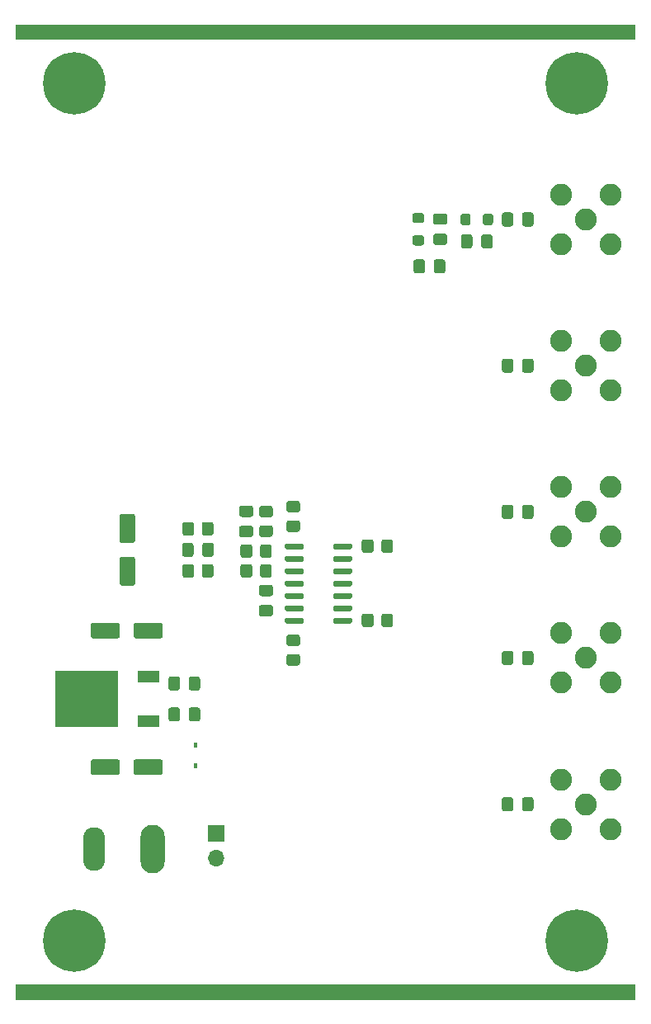
<source format=gts>
G04 #@! TF.GenerationSoftware,KiCad,Pcbnew,5.1.8-5.1.8*
G04 #@! TF.CreationDate,2020-12-23T15:54:33+01:00*
G04 #@! TF.ProjectId,distribution-amp,64697374-7269-4627-9574-696f6e2d616d,rev?*
G04 #@! TF.SameCoordinates,PX67aef80PY8a2ffa0*
G04 #@! TF.FileFunction,Soldermask,Top*
G04 #@! TF.FilePolarity,Negative*
%FSLAX46Y46*%
G04 Gerber Fmt 4.6, Leading zero omitted, Abs format (unit mm)*
G04 Created by KiCad (PCBNEW 5.1.8-5.1.8) date 2020-12-23 15:54:33*
%MOMM*%
%LPD*%
G01*
G04 APERTURE LIST*
%ADD10C,0.100000*%
%ADD11O,1.700000X1.700000*%
%ADD12R,1.700000X1.700000*%
%ADD13C,0.800000*%
%ADD14C,6.400000*%
%ADD15O,2.250000X4.500000*%
%ADD16O,2.500000X5.000000*%
%ADD17R,0.450000X0.600000*%
%ADD18R,6.400000X5.800000*%
%ADD19R,2.200000X1.200000*%
%ADD20C,2.250000*%
G04 APERTURE END LIST*
D10*
G36*
X63500000Y0D02*
G01*
X0Y0D01*
X0Y1500000D01*
X63500000Y1500000D01*
X63500000Y0D01*
G37*
X63500000Y0D02*
X0Y0D01*
X0Y1500000D01*
X63500000Y1500000D01*
X63500000Y0D01*
G36*
X63500000Y98500000D02*
G01*
X0Y98500000D01*
X0Y100000000D01*
X63500000Y100000000D01*
X63500000Y98500000D01*
G37*
X63500000Y98500000D02*
X0Y98500000D01*
X0Y100000000D01*
X63500000Y100000000D01*
X63500000Y98500000D01*
D11*
G04 #@! TO.C,TP1*
X20500000Y14460000D03*
D12*
X20500000Y17000000D03*
G04 #@! TD*
D13*
G04 #@! TO.C,H4*
X7697056Y7697056D03*
X6000000Y8400000D03*
X4302944Y7697056D03*
X3600000Y6000000D03*
X4302944Y4302944D03*
X6000000Y3600000D03*
X7697056Y4302944D03*
X8400000Y6000000D03*
D14*
X6000000Y6000000D03*
G04 #@! TD*
D13*
G04 #@! TO.C,H3*
X59197056Y7697056D03*
X57500000Y8400000D03*
X55802944Y7697056D03*
X55100000Y6000000D03*
X55802944Y4302944D03*
X57500000Y3600000D03*
X59197056Y4302944D03*
X59900000Y6000000D03*
D14*
X57500000Y6000000D03*
G04 #@! TD*
D13*
G04 #@! TO.C,H2*
X59197056Y95697056D03*
X57500000Y96400000D03*
X55802944Y95697056D03*
X55100000Y94000000D03*
X55802944Y92302944D03*
X57500000Y91600000D03*
X59197056Y92302944D03*
X59900000Y94000000D03*
D14*
X57500000Y94000000D03*
G04 #@! TD*
D13*
G04 #@! TO.C,H1*
X7697056Y95697056D03*
X6000000Y96400000D03*
X4302944Y95697056D03*
X3600000Y94000000D03*
X4302944Y92302944D03*
X6000000Y91600000D03*
X7697056Y92302944D03*
X8400000Y94000000D03*
D14*
X6000000Y94000000D03*
G04 #@! TD*
D15*
G04 #@! TO.C,J6*
X8000000Y15400000D03*
D16*
X14000000Y15400000D03*
G04 #@! TD*
G04 #@! TO.C,L2*
G36*
G01*
X40927900Y78375000D02*
X41628100Y78375000D01*
G75*
G02*
X41878000Y78125100I0J-249900D01*
G01*
X41878000Y77574900D01*
G75*
G02*
X41628100Y77325000I-249900J0D01*
G01*
X40927900Y77325000D01*
G75*
G02*
X40678000Y77574900I0J249900D01*
G01*
X40678000Y78125100D01*
G75*
G02*
X40927900Y78375000I249900J0D01*
G01*
G37*
G36*
G01*
X40927999Y80675000D02*
X41628001Y80675000D01*
G75*
G02*
X41878000Y80425001I0J-249999D01*
G01*
X41878000Y79874999D01*
G75*
G02*
X41628001Y79625000I-249999J0D01*
G01*
X40927999Y79625000D01*
G75*
G02*
X40678000Y79874999I0J249999D01*
G01*
X40678000Y80425001D01*
G75*
G02*
X40927999Y80675000I249999J0D01*
G01*
G37*
G04 #@! TD*
G04 #@! TO.C,L1*
G36*
G01*
X46661000Y80350001D02*
X46661000Y79649999D01*
G75*
G02*
X46411001Y79400000I-249999J0D01*
G01*
X45860999Y79400000D01*
G75*
G02*
X45611000Y79649999I0J249999D01*
G01*
X45611000Y80350001D01*
G75*
G02*
X45860999Y80600000I249999J0D01*
G01*
X46411001Y80600000D01*
G75*
G02*
X46661000Y80350001I0J-249999D01*
G01*
G37*
G36*
G01*
X48961000Y80350001D02*
X48961000Y79649999D01*
G75*
G02*
X48711001Y79400000I-249999J0D01*
G01*
X48160999Y79400000D01*
G75*
G02*
X47911000Y79649999I0J249999D01*
G01*
X47911000Y80350001D01*
G75*
G02*
X48160999Y80600000I249999J0D01*
G01*
X48711001Y80600000D01*
G75*
G02*
X48961000Y80350001I0J-249999D01*
G01*
G37*
G04 #@! TD*
G04 #@! TO.C,C8*
G36*
G01*
X11980000Y46801000D02*
X10880000Y46801000D01*
G75*
G02*
X10630000Y47051000I0J250000D01*
G01*
X10630000Y49551000D01*
G75*
G02*
X10880000Y49801000I250000J0D01*
G01*
X11980000Y49801000D01*
G75*
G02*
X12230000Y49551000I0J-250000D01*
G01*
X12230000Y47051000D01*
G75*
G02*
X11980000Y46801000I-250000J0D01*
G01*
G37*
G36*
G01*
X11980000Y42401000D02*
X10880000Y42401000D01*
G75*
G02*
X10630000Y42651000I0J250000D01*
G01*
X10630000Y45151000D01*
G75*
G02*
X10880000Y45401000I250000J0D01*
G01*
X11980000Y45401000D01*
G75*
G02*
X12230000Y45151000I0J-250000D01*
G01*
X12230000Y42651000D01*
G75*
G02*
X11980000Y42401000I-250000J0D01*
G01*
G37*
G04 #@! TD*
G04 #@! TO.C,C3*
G36*
G01*
X10660000Y38359000D02*
X10660000Y37259000D01*
G75*
G02*
X10410000Y37009000I-250000J0D01*
G01*
X7910000Y37009000D01*
G75*
G02*
X7660000Y37259000I0J250000D01*
G01*
X7660000Y38359000D01*
G75*
G02*
X7910000Y38609000I250000J0D01*
G01*
X10410000Y38609000D01*
G75*
G02*
X10660000Y38359000I0J-250000D01*
G01*
G37*
G36*
G01*
X15060000Y38359000D02*
X15060000Y37259000D01*
G75*
G02*
X14810000Y37009000I-250000J0D01*
G01*
X12310000Y37009000D01*
G75*
G02*
X12060000Y37259000I0J250000D01*
G01*
X12060000Y38359000D01*
G75*
G02*
X12310000Y38609000I250000J0D01*
G01*
X14810000Y38609000D01*
G75*
G02*
X15060000Y38359000I0J-250000D01*
G01*
G37*
G04 #@! TD*
G04 #@! TO.C,C2*
G36*
G01*
X10660000Y24359000D02*
X10660000Y23259000D01*
G75*
G02*
X10410000Y23009000I-250000J0D01*
G01*
X7910000Y23009000D01*
G75*
G02*
X7660000Y23259000I0J250000D01*
G01*
X7660000Y24359000D01*
G75*
G02*
X7910000Y24609000I250000J0D01*
G01*
X10410000Y24609000D01*
G75*
G02*
X10660000Y24359000I0J-250000D01*
G01*
G37*
G36*
G01*
X15060000Y24359000D02*
X15060000Y23259000D01*
G75*
G02*
X14810000Y23009000I-250000J0D01*
G01*
X12310000Y23009000D01*
G75*
G02*
X12060000Y23259000I0J250000D01*
G01*
X12060000Y24359000D01*
G75*
G02*
X12310000Y24609000I250000J0D01*
G01*
X14810000Y24609000D01*
G75*
G02*
X15060000Y24359000I0J-250000D01*
G01*
G37*
G04 #@! TD*
D17*
G04 #@! TO.C,D1*
X18415000Y23969000D03*
X18415000Y26069000D03*
G04 #@! TD*
G04 #@! TO.C,U2*
G36*
G01*
X32552000Y46294000D02*
X32552000Y46594000D01*
G75*
G02*
X32702000Y46744000I150000J0D01*
G01*
X34352000Y46744000D01*
G75*
G02*
X34502000Y46594000I0J-150000D01*
G01*
X34502000Y46294000D01*
G75*
G02*
X34352000Y46144000I-150000J0D01*
G01*
X32702000Y46144000D01*
G75*
G02*
X32552000Y46294000I0J150000D01*
G01*
G37*
G36*
G01*
X32552000Y45024000D02*
X32552000Y45324000D01*
G75*
G02*
X32702000Y45474000I150000J0D01*
G01*
X34352000Y45474000D01*
G75*
G02*
X34502000Y45324000I0J-150000D01*
G01*
X34502000Y45024000D01*
G75*
G02*
X34352000Y44874000I-150000J0D01*
G01*
X32702000Y44874000D01*
G75*
G02*
X32552000Y45024000I0J150000D01*
G01*
G37*
G36*
G01*
X32552000Y43754000D02*
X32552000Y44054000D01*
G75*
G02*
X32702000Y44204000I150000J0D01*
G01*
X34352000Y44204000D01*
G75*
G02*
X34502000Y44054000I0J-150000D01*
G01*
X34502000Y43754000D01*
G75*
G02*
X34352000Y43604000I-150000J0D01*
G01*
X32702000Y43604000D01*
G75*
G02*
X32552000Y43754000I0J150000D01*
G01*
G37*
G36*
G01*
X32552000Y42484000D02*
X32552000Y42784000D01*
G75*
G02*
X32702000Y42934000I150000J0D01*
G01*
X34352000Y42934000D01*
G75*
G02*
X34502000Y42784000I0J-150000D01*
G01*
X34502000Y42484000D01*
G75*
G02*
X34352000Y42334000I-150000J0D01*
G01*
X32702000Y42334000D01*
G75*
G02*
X32552000Y42484000I0J150000D01*
G01*
G37*
G36*
G01*
X32552000Y41214000D02*
X32552000Y41514000D01*
G75*
G02*
X32702000Y41664000I150000J0D01*
G01*
X34352000Y41664000D01*
G75*
G02*
X34502000Y41514000I0J-150000D01*
G01*
X34502000Y41214000D01*
G75*
G02*
X34352000Y41064000I-150000J0D01*
G01*
X32702000Y41064000D01*
G75*
G02*
X32552000Y41214000I0J150000D01*
G01*
G37*
G36*
G01*
X32552000Y39944000D02*
X32552000Y40244000D01*
G75*
G02*
X32702000Y40394000I150000J0D01*
G01*
X34352000Y40394000D01*
G75*
G02*
X34502000Y40244000I0J-150000D01*
G01*
X34502000Y39944000D01*
G75*
G02*
X34352000Y39794000I-150000J0D01*
G01*
X32702000Y39794000D01*
G75*
G02*
X32552000Y39944000I0J150000D01*
G01*
G37*
G36*
G01*
X32552000Y38674000D02*
X32552000Y38974000D01*
G75*
G02*
X32702000Y39124000I150000J0D01*
G01*
X34352000Y39124000D01*
G75*
G02*
X34502000Y38974000I0J-150000D01*
G01*
X34502000Y38674000D01*
G75*
G02*
X34352000Y38524000I-150000J0D01*
G01*
X32702000Y38524000D01*
G75*
G02*
X32552000Y38674000I0J150000D01*
G01*
G37*
G36*
G01*
X27602000Y38674000D02*
X27602000Y38974000D01*
G75*
G02*
X27752000Y39124000I150000J0D01*
G01*
X29402000Y39124000D01*
G75*
G02*
X29552000Y38974000I0J-150000D01*
G01*
X29552000Y38674000D01*
G75*
G02*
X29402000Y38524000I-150000J0D01*
G01*
X27752000Y38524000D01*
G75*
G02*
X27602000Y38674000I0J150000D01*
G01*
G37*
G36*
G01*
X27602000Y39944000D02*
X27602000Y40244000D01*
G75*
G02*
X27752000Y40394000I150000J0D01*
G01*
X29402000Y40394000D01*
G75*
G02*
X29552000Y40244000I0J-150000D01*
G01*
X29552000Y39944000D01*
G75*
G02*
X29402000Y39794000I-150000J0D01*
G01*
X27752000Y39794000D01*
G75*
G02*
X27602000Y39944000I0J150000D01*
G01*
G37*
G36*
G01*
X27602000Y41214000D02*
X27602000Y41514000D01*
G75*
G02*
X27752000Y41664000I150000J0D01*
G01*
X29402000Y41664000D01*
G75*
G02*
X29552000Y41514000I0J-150000D01*
G01*
X29552000Y41214000D01*
G75*
G02*
X29402000Y41064000I-150000J0D01*
G01*
X27752000Y41064000D01*
G75*
G02*
X27602000Y41214000I0J150000D01*
G01*
G37*
G36*
G01*
X27602000Y42484000D02*
X27602000Y42784000D01*
G75*
G02*
X27752000Y42934000I150000J0D01*
G01*
X29402000Y42934000D01*
G75*
G02*
X29552000Y42784000I0J-150000D01*
G01*
X29552000Y42484000D01*
G75*
G02*
X29402000Y42334000I-150000J0D01*
G01*
X27752000Y42334000D01*
G75*
G02*
X27602000Y42484000I0J150000D01*
G01*
G37*
G36*
G01*
X27602000Y43754000D02*
X27602000Y44054000D01*
G75*
G02*
X27752000Y44204000I150000J0D01*
G01*
X29402000Y44204000D01*
G75*
G02*
X29552000Y44054000I0J-150000D01*
G01*
X29552000Y43754000D01*
G75*
G02*
X29402000Y43604000I-150000J0D01*
G01*
X27752000Y43604000D01*
G75*
G02*
X27602000Y43754000I0J150000D01*
G01*
G37*
G36*
G01*
X27602000Y45024000D02*
X27602000Y45324000D01*
G75*
G02*
X27752000Y45474000I150000J0D01*
G01*
X29402000Y45474000D01*
G75*
G02*
X29552000Y45324000I0J-150000D01*
G01*
X29552000Y45024000D01*
G75*
G02*
X29402000Y44874000I-150000J0D01*
G01*
X27752000Y44874000D01*
G75*
G02*
X27602000Y45024000I0J150000D01*
G01*
G37*
G36*
G01*
X27602000Y46294000D02*
X27602000Y46594000D01*
G75*
G02*
X27752000Y46744000I150000J0D01*
G01*
X29402000Y46744000D01*
G75*
G02*
X29552000Y46594000I0J-150000D01*
G01*
X29552000Y46294000D01*
G75*
G02*
X29402000Y46144000I-150000J0D01*
G01*
X27752000Y46144000D01*
G75*
G02*
X27602000Y46294000I0J150000D01*
G01*
G37*
G04 #@! TD*
D18*
G04 #@! TO.C,U1*
X7260000Y30809000D03*
D19*
X13560000Y33089000D03*
X13560000Y28529000D03*
G04 #@! TD*
G04 #@! TO.C,R9*
G36*
G01*
X36684000Y46932001D02*
X36684000Y46031999D01*
G75*
G02*
X36434001Y45782000I-249999J0D01*
G01*
X35733999Y45782000D01*
G75*
G02*
X35484000Y46031999I0J249999D01*
G01*
X35484000Y46932001D01*
G75*
G02*
X35733999Y47182000I249999J0D01*
G01*
X36434001Y47182000D01*
G75*
G02*
X36684000Y46932001I0J-249999D01*
G01*
G37*
G36*
G01*
X38684000Y46932400D02*
X38684000Y46031600D01*
G75*
G02*
X38434400Y45782000I-249600J0D01*
G01*
X37733600Y45782000D01*
G75*
G02*
X37484000Y46031600I0J249600D01*
G01*
X37484000Y46932400D01*
G75*
G02*
X37733600Y47182000I249600J0D01*
G01*
X38434400Y47182000D01*
G75*
G02*
X38684000Y46932400I0J-249600D01*
G01*
G37*
G04 #@! TD*
G04 #@! TO.C,R8*
G36*
G01*
X25038000Y45523999D02*
X25038000Y46424001D01*
G75*
G02*
X25287999Y46674000I249999J0D01*
G01*
X25988001Y46674000D01*
G75*
G02*
X26238000Y46424001I0J-249999D01*
G01*
X26238000Y45523999D01*
G75*
G02*
X25988001Y45274000I-249999J0D01*
G01*
X25287999Y45274000D01*
G75*
G02*
X25038000Y45523999I0J249999D01*
G01*
G37*
G36*
G01*
X23038000Y45523999D02*
X23038000Y46424001D01*
G75*
G02*
X23287999Y46674000I249999J0D01*
G01*
X23988001Y46674000D01*
G75*
G02*
X24238000Y46424001I0J-249999D01*
G01*
X24238000Y45523999D01*
G75*
G02*
X23988001Y45274000I-249999J0D01*
G01*
X23287999Y45274000D01*
G75*
G02*
X23038000Y45523999I0J249999D01*
G01*
G37*
G04 #@! TD*
G04 #@! TO.C,R7*
G36*
G01*
X25203999Y48622000D02*
X26104001Y48622000D01*
G75*
G02*
X26354000Y48372001I0J-249999D01*
G01*
X26354000Y47671999D01*
G75*
G02*
X26104001Y47422000I-249999J0D01*
G01*
X25203999Y47422000D01*
G75*
G02*
X24954000Y47671999I0J249999D01*
G01*
X24954000Y48372001D01*
G75*
G02*
X25203999Y48622000I249999J0D01*
G01*
G37*
G36*
G01*
X25203600Y50622000D02*
X26104400Y50622000D01*
G75*
G02*
X26354000Y50372400I0J-249600D01*
G01*
X26354000Y49671600D01*
G75*
G02*
X26104400Y49422000I-249600J0D01*
G01*
X25203600Y49422000D01*
G75*
G02*
X24954000Y49671600I0J249600D01*
G01*
X24954000Y50372400D01*
G75*
G02*
X25203600Y50622000I249600J0D01*
G01*
G37*
G04 #@! TD*
G04 #@! TO.C,R6*
G36*
G01*
X24238000Y44392001D02*
X24238000Y43491999D01*
G75*
G02*
X23988001Y43242000I-249999J0D01*
G01*
X23287999Y43242000D01*
G75*
G02*
X23038000Y43491999I0J249999D01*
G01*
X23038000Y44392001D01*
G75*
G02*
X23287999Y44642000I249999J0D01*
G01*
X23988001Y44642000D01*
G75*
G02*
X24238000Y44392001I0J-249999D01*
G01*
G37*
G36*
G01*
X26238000Y44392001D02*
X26238000Y43491999D01*
G75*
G02*
X25988001Y43242000I-249999J0D01*
G01*
X25287999Y43242000D01*
G75*
G02*
X25038000Y43491999I0J249999D01*
G01*
X25038000Y44392001D01*
G75*
G02*
X25287999Y44642000I249999J0D01*
G01*
X25988001Y44642000D01*
G75*
G02*
X26238000Y44392001I0J-249999D01*
G01*
G37*
G04 #@! TD*
G04 #@! TO.C,R5*
G36*
G01*
X36684000Y39312001D02*
X36684000Y38411999D01*
G75*
G02*
X36434001Y38162000I-249999J0D01*
G01*
X35733999Y38162000D01*
G75*
G02*
X35484000Y38411999I0J249999D01*
G01*
X35484000Y39312001D01*
G75*
G02*
X35733999Y39562000I249999J0D01*
G01*
X36434001Y39562000D01*
G75*
G02*
X36684000Y39312001I0J-249999D01*
G01*
G37*
G36*
G01*
X38684000Y39312400D02*
X38684000Y38411600D01*
G75*
G02*
X38434400Y38162000I-249600J0D01*
G01*
X37733600Y38162000D01*
G75*
G02*
X37484000Y38411600I0J249600D01*
G01*
X37484000Y39312400D01*
G75*
G02*
X37733600Y39562000I249600J0D01*
G01*
X38434400Y39562000D01*
G75*
G02*
X38684000Y39312400I0J-249600D01*
G01*
G37*
G04 #@! TD*
G04 #@! TO.C,R4*
G36*
G01*
X19069000Y43491999D02*
X19069000Y44392001D01*
G75*
G02*
X19318999Y44642000I249999J0D01*
G01*
X20019001Y44642000D01*
G75*
G02*
X20269000Y44392001I0J-249999D01*
G01*
X20269000Y43491999D01*
G75*
G02*
X20019001Y43242000I-249999J0D01*
G01*
X19318999Y43242000D01*
G75*
G02*
X19069000Y43491999I0J249999D01*
G01*
G37*
G36*
G01*
X17069000Y43491999D02*
X17069000Y44392001D01*
G75*
G02*
X17318999Y44642000I249999J0D01*
G01*
X18019001Y44642000D01*
G75*
G02*
X18269000Y44392001I0J-249999D01*
G01*
X18269000Y43491999D01*
G75*
G02*
X18019001Y43242000I-249999J0D01*
G01*
X17318999Y43242000D01*
G75*
G02*
X17069000Y43491999I0J249999D01*
G01*
G37*
G04 #@! TD*
G04 #@! TO.C,R3*
G36*
G01*
X28898001Y36214000D02*
X27997999Y36214000D01*
G75*
G02*
X27748000Y36463999I0J249999D01*
G01*
X27748000Y37164001D01*
G75*
G02*
X27997999Y37414000I249999J0D01*
G01*
X28898001Y37414000D01*
G75*
G02*
X29148000Y37164001I0J-249999D01*
G01*
X29148000Y36463999D01*
G75*
G02*
X28898001Y36214000I-249999J0D01*
G01*
G37*
G36*
G01*
X28898400Y34214000D02*
X27997600Y34214000D01*
G75*
G02*
X27748000Y34463600I0J249600D01*
G01*
X27748000Y35164400D01*
G75*
G02*
X27997600Y35414000I249600J0D01*
G01*
X28898400Y35414000D01*
G75*
G02*
X29148000Y35164400I0J-249600D01*
G01*
X29148000Y34463600D01*
G75*
G02*
X28898400Y34214000I-249600J0D01*
G01*
G37*
G04 #@! TD*
G04 #@! TO.C,R2*
G36*
G01*
X18269000Y48710001D02*
X18269000Y47809999D01*
G75*
G02*
X18019001Y47560000I-249999J0D01*
G01*
X17318999Y47560000D01*
G75*
G02*
X17069000Y47809999I0J249999D01*
G01*
X17069000Y48710001D01*
G75*
G02*
X17318999Y48960000I249999J0D01*
G01*
X18019001Y48960000D01*
G75*
G02*
X18269000Y48710001I0J-249999D01*
G01*
G37*
G36*
G01*
X20269000Y48710001D02*
X20269000Y47809999D01*
G75*
G02*
X20019001Y47560000I-249999J0D01*
G01*
X19318999Y47560000D01*
G75*
G02*
X19069000Y47809999I0J249999D01*
G01*
X19069000Y48710001D01*
G75*
G02*
X19318999Y48960000I249999J0D01*
G01*
X20019001Y48960000D01*
G75*
G02*
X20269000Y48710001I0J-249999D01*
G01*
G37*
G04 #@! TD*
G04 #@! TO.C,R1*
G36*
G01*
X27997999Y49130000D02*
X28898001Y49130000D01*
G75*
G02*
X29148000Y48880001I0J-249999D01*
G01*
X29148000Y48179999D01*
G75*
G02*
X28898001Y47930000I-249999J0D01*
G01*
X27997999Y47930000D01*
G75*
G02*
X27748000Y48179999I0J249999D01*
G01*
X27748000Y48880001D01*
G75*
G02*
X27997999Y49130000I249999J0D01*
G01*
G37*
G36*
G01*
X27997600Y51130000D02*
X28898400Y51130000D01*
G75*
G02*
X29148000Y50880400I0J-249600D01*
G01*
X29148000Y50179600D01*
G75*
G02*
X28898400Y49930000I-249600J0D01*
G01*
X27997600Y49930000D01*
G75*
G02*
X27748000Y50179600I0J249600D01*
G01*
X27748000Y50880400D01*
G75*
G02*
X27997600Y51130000I249600J0D01*
G01*
G37*
G04 #@! TD*
D20*
G04 #@! TO.C,J5*
X58480000Y50000000D03*
X55940000Y47460000D03*
X61020000Y47460000D03*
X61020000Y52540000D03*
X55940000Y52540000D03*
G04 #@! TD*
G04 #@! TO.C,J4*
X58480000Y80000000D03*
X55940000Y77460000D03*
X61020000Y77460000D03*
X61020000Y82540000D03*
X55940000Y82540000D03*
G04 #@! TD*
G04 #@! TO.C,J3*
X58480000Y35000000D03*
X55940000Y32460000D03*
X61020000Y32460000D03*
X61020000Y37540000D03*
X55940000Y37540000D03*
G04 #@! TD*
G04 #@! TO.C,J2*
X58480000Y20000000D03*
X55940000Y17460000D03*
X61020000Y17460000D03*
X61020000Y22540000D03*
X55940000Y22540000D03*
G04 #@! TD*
G04 #@! TO.C,J1*
X58480000Y65000000D03*
X55940000Y62460000D03*
X61020000Y62460000D03*
X61020000Y67540000D03*
X55940000Y67540000D03*
G04 #@! TD*
G04 #@! TO.C,C16*
G36*
G01*
X51030000Y50474725D02*
X51030000Y49525275D01*
G75*
G02*
X50779725Y49275000I-250275J0D01*
G01*
X50105275Y49275000D01*
G75*
G02*
X49855000Y49525275I0J250275D01*
G01*
X49855000Y50474725D01*
G75*
G02*
X50105275Y50725000I250275J0D01*
G01*
X50779725Y50725000D01*
G75*
G02*
X51030000Y50474725I0J-250275D01*
G01*
G37*
G36*
G01*
X53105000Y50474725D02*
X53105000Y49525275D01*
G75*
G02*
X52854725Y49275000I-250275J0D01*
G01*
X52180275Y49275000D01*
G75*
G02*
X51930000Y49525275I0J250275D01*
G01*
X51930000Y50474725D01*
G75*
G02*
X52180275Y50725000I250275J0D01*
G01*
X52854725Y50725000D01*
G75*
G02*
X53105000Y50474725I0J-250275D01*
G01*
G37*
G04 #@! TD*
G04 #@! TO.C,C15*
G36*
G01*
X41968000Y75658725D02*
X41968000Y74709275D01*
G75*
G02*
X41717725Y74459000I-250275J0D01*
G01*
X41043275Y74459000D01*
G75*
G02*
X40793000Y74709275I0J250275D01*
G01*
X40793000Y75658725D01*
G75*
G02*
X41043275Y75909000I250275J0D01*
G01*
X41717725Y75909000D01*
G75*
G02*
X41968000Y75658725I0J-250275D01*
G01*
G37*
G36*
G01*
X44043000Y75659000D02*
X44043000Y74709000D01*
G75*
G02*
X43793000Y74459000I-250000J0D01*
G01*
X43118000Y74459000D01*
G75*
G02*
X42868000Y74709000I0J250000D01*
G01*
X42868000Y75659000D01*
G75*
G02*
X43118000Y75909000I250000J0D01*
G01*
X43793000Y75909000D01*
G75*
G02*
X44043000Y75659000I0J-250000D01*
G01*
G37*
G04 #@! TD*
G04 #@! TO.C,C14*
G36*
G01*
X44003000Y79450000D02*
X43053000Y79450000D01*
G75*
G02*
X42803000Y79700000I0J250000D01*
G01*
X42803000Y80375000D01*
G75*
G02*
X43053000Y80625000I250000J0D01*
G01*
X44003000Y80625000D01*
G75*
G02*
X44253000Y80375000I0J-250000D01*
G01*
X44253000Y79700000D01*
G75*
G02*
X44003000Y79450000I-250000J0D01*
G01*
G37*
G36*
G01*
X44003000Y77375000D02*
X43053000Y77375000D01*
G75*
G02*
X42803000Y77625000I0J250000D01*
G01*
X42803000Y78300000D01*
G75*
G02*
X43053000Y78550000I250000J0D01*
G01*
X44003000Y78550000D01*
G75*
G02*
X44253000Y78300000I0J-250000D01*
G01*
X44253000Y77625000D01*
G75*
G02*
X44003000Y77375000I-250000J0D01*
G01*
G37*
G04 #@! TD*
G04 #@! TO.C,C13*
G36*
G01*
X47736000Y77275000D02*
X47736000Y78225000D01*
G75*
G02*
X47986000Y78475000I250000J0D01*
G01*
X48661000Y78475000D01*
G75*
G02*
X48911000Y78225000I0J-250000D01*
G01*
X48911000Y77275000D01*
G75*
G02*
X48661000Y77025000I-250000J0D01*
G01*
X47986000Y77025000D01*
G75*
G02*
X47736000Y77275000I0J250000D01*
G01*
G37*
G36*
G01*
X45661000Y77275000D02*
X45661000Y78225000D01*
G75*
G02*
X45911000Y78475000I250000J0D01*
G01*
X46586000Y78475000D01*
G75*
G02*
X46836000Y78225000I0J-250000D01*
G01*
X46836000Y77275000D01*
G75*
G02*
X46586000Y77025000I-250000J0D01*
G01*
X45911000Y77025000D01*
G75*
G02*
X45661000Y77275000I0J250000D01*
G01*
G37*
G04 #@! TD*
G04 #@! TO.C,C12*
G36*
G01*
X24096725Y49472000D02*
X23147275Y49472000D01*
G75*
G02*
X22897000Y49722275I0J250275D01*
G01*
X22897000Y50396725D01*
G75*
G02*
X23147275Y50647000I250275J0D01*
G01*
X24096725Y50647000D01*
G75*
G02*
X24347000Y50396725I0J-250275D01*
G01*
X24347000Y49722275D01*
G75*
G02*
X24096725Y49472000I-250275J0D01*
G01*
G37*
G36*
G01*
X24097000Y47397000D02*
X23147000Y47397000D01*
G75*
G02*
X22897000Y47647000I0J250000D01*
G01*
X22897000Y48322000D01*
G75*
G02*
X23147000Y48572000I250000J0D01*
G01*
X24097000Y48572000D01*
G75*
G02*
X24347000Y48322000I0J-250000D01*
G01*
X24347000Y47647000D01*
G75*
G02*
X24097000Y47397000I-250000J0D01*
G01*
G37*
G04 #@! TD*
G04 #@! TO.C,C11*
G36*
G01*
X51930000Y79525275D02*
X51930000Y80474725D01*
G75*
G02*
X52180275Y80725000I250275J0D01*
G01*
X52854725Y80725000D01*
G75*
G02*
X53105000Y80474725I0J-250275D01*
G01*
X53105000Y79525275D01*
G75*
G02*
X52854725Y79275000I-250275J0D01*
G01*
X52180275Y79275000D01*
G75*
G02*
X51930000Y79525275I0J250275D01*
G01*
G37*
G36*
G01*
X49855000Y79525000D02*
X49855000Y80475000D01*
G75*
G02*
X50105000Y80725000I250000J0D01*
G01*
X50780000Y80725000D01*
G75*
G02*
X51030000Y80475000I0J-250000D01*
G01*
X51030000Y79525000D01*
G75*
G02*
X50780000Y79275000I-250000J0D01*
G01*
X50105000Y79275000D01*
G75*
G02*
X49855000Y79525000I0J250000D01*
G01*
G37*
G04 #@! TD*
G04 #@! TO.C,C10*
G36*
G01*
X51030000Y35474725D02*
X51030000Y34525275D01*
G75*
G02*
X50779725Y34275000I-250275J0D01*
G01*
X50105275Y34275000D01*
G75*
G02*
X49855000Y34525275I0J250275D01*
G01*
X49855000Y35474725D01*
G75*
G02*
X50105275Y35725000I250275J0D01*
G01*
X50779725Y35725000D01*
G75*
G02*
X51030000Y35474725I0J-250275D01*
G01*
G37*
G36*
G01*
X53105000Y35474725D02*
X53105000Y34525275D01*
G75*
G02*
X52854725Y34275000I-250275J0D01*
G01*
X52180275Y34275000D01*
G75*
G02*
X51930000Y34525275I0J250275D01*
G01*
X51930000Y35474725D01*
G75*
G02*
X52180275Y35725000I250275J0D01*
G01*
X52854725Y35725000D01*
G75*
G02*
X53105000Y35474725I0J-250275D01*
G01*
G37*
G04 #@! TD*
G04 #@! TO.C,C9*
G36*
G01*
X18219000Y46576000D02*
X18219000Y45626000D01*
G75*
G02*
X17969000Y45376000I-250000J0D01*
G01*
X17294000Y45376000D01*
G75*
G02*
X17044000Y45626000I0J250000D01*
G01*
X17044000Y46576000D01*
G75*
G02*
X17294000Y46826000I250000J0D01*
G01*
X17969000Y46826000D01*
G75*
G02*
X18219000Y46576000I0J-250000D01*
G01*
G37*
G36*
G01*
X20294000Y46576000D02*
X20294000Y45626000D01*
G75*
G02*
X20044000Y45376000I-250000J0D01*
G01*
X19369000Y45376000D01*
G75*
G02*
X19119000Y45626000I0J250000D01*
G01*
X19119000Y46576000D01*
G75*
G02*
X19369000Y46826000I250000J0D01*
G01*
X20044000Y46826000D01*
G75*
G02*
X20294000Y46576000I0J-250000D01*
G01*
G37*
G04 #@! TD*
G04 #@! TO.C,C7*
G36*
G01*
X51030000Y20474725D02*
X51030000Y19525275D01*
G75*
G02*
X50779725Y19275000I-250275J0D01*
G01*
X50105275Y19275000D01*
G75*
G02*
X49855000Y19525275I0J250275D01*
G01*
X49855000Y20474725D01*
G75*
G02*
X50105275Y20725000I250275J0D01*
G01*
X50779725Y20725000D01*
G75*
G02*
X51030000Y20474725I0J-250275D01*
G01*
G37*
G36*
G01*
X53105000Y20474725D02*
X53105000Y19525275D01*
G75*
G02*
X52854725Y19275000I-250275J0D01*
G01*
X52180275Y19275000D01*
G75*
G02*
X51930000Y19525275I0J250275D01*
G01*
X51930000Y20474725D01*
G75*
G02*
X52180275Y20725000I250275J0D01*
G01*
X52854725Y20725000D01*
G75*
G02*
X53105000Y20474725I0J-250275D01*
G01*
G37*
G04 #@! TD*
G04 #@! TO.C,C6*
G36*
G01*
X51030000Y65474725D02*
X51030000Y64525275D01*
G75*
G02*
X50779725Y64275000I-250275J0D01*
G01*
X50105275Y64275000D01*
G75*
G02*
X49855000Y64525275I0J250275D01*
G01*
X49855000Y65474725D01*
G75*
G02*
X50105275Y65725000I250275J0D01*
G01*
X50779725Y65725000D01*
G75*
G02*
X51030000Y65474725I0J-250275D01*
G01*
G37*
G36*
G01*
X53105000Y65474725D02*
X53105000Y64525275D01*
G75*
G02*
X52854725Y64275000I-250275J0D01*
G01*
X52180275Y64275000D01*
G75*
G02*
X51930000Y64525275I0J250275D01*
G01*
X51930000Y65474725D01*
G75*
G02*
X52180275Y65725000I250275J0D01*
G01*
X52854725Y65725000D01*
G75*
G02*
X53105000Y65474725I0J-250275D01*
G01*
G37*
G04 #@! TD*
G04 #@! TO.C,C5*
G36*
G01*
X25179000Y40444000D02*
X26129000Y40444000D01*
G75*
G02*
X26379000Y40194000I0J-250000D01*
G01*
X26379000Y39519000D01*
G75*
G02*
X26129000Y39269000I-250000J0D01*
G01*
X25179000Y39269000D01*
G75*
G02*
X24929000Y39519000I0J250000D01*
G01*
X24929000Y40194000D01*
G75*
G02*
X25179000Y40444000I250000J0D01*
G01*
G37*
G36*
G01*
X25179000Y42519000D02*
X26129000Y42519000D01*
G75*
G02*
X26379000Y42269000I0J-250000D01*
G01*
X26379000Y41594000D01*
G75*
G02*
X26129000Y41344000I-250000J0D01*
G01*
X25179000Y41344000D01*
G75*
G02*
X24929000Y41594000I0J250000D01*
G01*
X24929000Y42269000D01*
G75*
G02*
X25179000Y42519000I250000J0D01*
G01*
G37*
G04 #@! TD*
G04 #@! TO.C,C4*
G36*
G01*
X17722000Y31910000D02*
X17722000Y32860000D01*
G75*
G02*
X17972000Y33110000I250000J0D01*
G01*
X18647000Y33110000D01*
G75*
G02*
X18897000Y32860000I0J-250000D01*
G01*
X18897000Y31910000D01*
G75*
G02*
X18647000Y31660000I-250000J0D01*
G01*
X17972000Y31660000D01*
G75*
G02*
X17722000Y31910000I0J250000D01*
G01*
G37*
G36*
G01*
X15647000Y31910000D02*
X15647000Y32860000D01*
G75*
G02*
X15897000Y33110000I250000J0D01*
G01*
X16572000Y33110000D01*
G75*
G02*
X16822000Y32860000I0J-250000D01*
G01*
X16822000Y31910000D01*
G75*
G02*
X16572000Y31660000I-250000J0D01*
G01*
X15897000Y31660000D01*
G75*
G02*
X15647000Y31910000I0J250000D01*
G01*
G37*
G04 #@! TD*
G04 #@! TO.C,C1*
G36*
G01*
X17722000Y28735000D02*
X17722000Y29685000D01*
G75*
G02*
X17972000Y29935000I250000J0D01*
G01*
X18647000Y29935000D01*
G75*
G02*
X18897000Y29685000I0J-250000D01*
G01*
X18897000Y28735000D01*
G75*
G02*
X18647000Y28485000I-250000J0D01*
G01*
X17972000Y28485000D01*
G75*
G02*
X17722000Y28735000I0J250000D01*
G01*
G37*
G36*
G01*
X15647000Y28735000D02*
X15647000Y29685000D01*
G75*
G02*
X15897000Y29935000I250000J0D01*
G01*
X16572000Y29935000D01*
G75*
G02*
X16822000Y29685000I0J-250000D01*
G01*
X16822000Y28735000D01*
G75*
G02*
X16572000Y28485000I-250000J0D01*
G01*
X15897000Y28485000D01*
G75*
G02*
X15647000Y28735000I0J250000D01*
G01*
G37*
G04 #@! TD*
M02*

</source>
